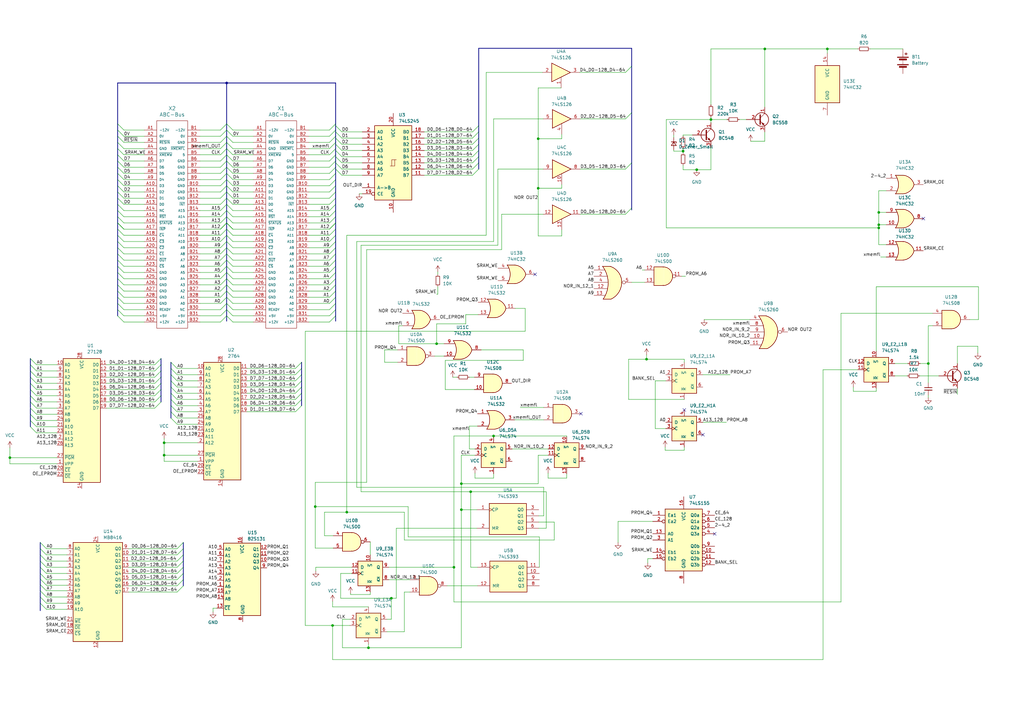
<source format=kicad_sch>
(kicad_sch (version 20230121) (generator eeschema)

  (uuid 1fe80e5b-6853-4540-b8de-9c1cdbc71886)

  (paper "A3")

  

  (junction (at 160.528 245.364) (diameter 0) (color 0 0 0 0)
    (uuid 083a0085-13c7-4879-bbc6-3e7f6a003d9c)
  )
  (junction (at 220.726 77.216) (diameter 0) (color 0 0 0 0)
    (uuid 17c54398-d9bd-471c-823b-f1e0c7976a79)
  )
  (junction (at 280.162 61.976) (diameter 0) (color 0 0 0 0)
    (uuid 19d150c0-3be4-4328-951c-4cc57f9bc27a)
  )
  (junction (at 151.13 265.684) (diameter 0) (color 0 0 0 0)
    (uuid 1e6fd41b-f533-4a99-bd91-dadef818be6e)
  )
  (junction (at 129.286 207.772) (diameter 0) (color 0 0 0 0)
    (uuid 216eb43b-857a-4b33-a98a-52d44c377991)
  )
  (junction (at 291.592 49.022) (diameter 0) (color 0 0 0 0)
    (uuid 257cef61-b184-4320-9dc1-16f40f370b46)
  )
  (junction (at 136.398 256.54) (diameter 0) (color 0 0 0 0)
    (uuid 3329aa7b-ce4c-4226-a32c-8878ec227235)
  )
  (junction (at 189.23 209.042) (diameter 0) (color 0 0 0 0)
    (uuid 33314958-3819-4d34-b5b9-f22a580ec9b4)
  )
  (junction (at 189.23 198.374) (diameter 0) (color 0 0 0 0)
    (uuid 3b1594c7-9f19-4299-8808-577339731381)
  )
  (junction (at 67.31 181.61) (diameter 0) (color 0 0 0 0)
    (uuid 3b36ae99-999b-4ef2-98d3-a89de6641b72)
  )
  (junction (at 380.746 149.098) (diameter 0) (color 0 0 0 0)
    (uuid 3e50b6b0-37fc-43b0-b637-dd04b23a8459)
  )
  (junction (at 360.426 87.122) (diameter 0) (color 0 0 0 0)
    (uuid 48e06f28-fa2e-404a-a44b-2adaccdd151a)
  )
  (junction (at 92.964 34.036) (diameter 0) (color 0 0 0 0)
    (uuid 492a6a70-6e7d-422c-a64d-1c8f0df935dd)
  )
  (junction (at 186.182 232.664) (diameter 0) (color 0 0 0 0)
    (uuid 5b7c04a5-ab1a-4874-a2be-fddb27209822)
  )
  (junction (at 193.04 201.676) (diameter 0) (color 0 0 0 0)
    (uuid 8c86044b-3c04-4d4e-b64a-9cf7007e580d)
  )
  (junction (at 360.426 93.472) (diameter 0) (color 0 0 0 0)
    (uuid 8e804266-289b-45ec-a937-edc612a0500b)
  )
  (junction (at 265.176 147.32) (diameter 0) (color 0 0 0 0)
    (uuid 8e80f299-3fe9-4ded-93e0-c9a450467528)
  )
  (junction (at 179.07 140.97) (diameter 0) (color 0 0 0 0)
    (uuid 94ea2321-e6c5-4639-b434-c961d8f559df)
  )
  (junction (at 313.69 20.066) (diameter 0) (color 0 0 0 0)
    (uuid 9e3c81f2-434e-441e-b5bf-d8eaa1dd1d1a)
  )
  (junction (at 4.064 187.706) (diameter 0) (color 0 0 0 0)
    (uuid bccf581e-520b-449b-895b-116a0c963571)
  )
  (junction (at 339.344 20.066) (diameter 0) (color 0 0 0 0)
    (uuid d3cc2123-9686-45d8-babf-23bbd1464c6a)
  )
  (junction (at 202.438 178.816) (diameter 0) (color 0 0 0 0)
    (uuid dfdfe3cf-a4dd-4304-97f5-0bc0c98da958)
  )
  (junction (at 360.426 92.202) (diameter 0) (color 0 0 0 0)
    (uuid ea4cd59a-d1b7-4612-8cf6-9feeec9faa27)
  )
  (junction (at 285.75 69.596) (diameter 0) (color 0 0 0 0)
    (uuid ec608603-0d0d-40a5-914d-05f902e033b1)
  )
  (junction (at 220.726 56.896) (diameter 0) (color 0 0 0 0)
    (uuid f051310c-6309-45b9-b28a-018e19c461a3)
  )
  (junction (at 142.24 210.058) (diameter 0) (color 0 0 0 0)
    (uuid f729d6d2-e27d-48f1-8808-8d27fcea1b33)
  )
  (junction (at 67.31 186.69) (diameter 0) (color 0 0 0 0)
    (uuid fcdcc982-0a29-40b8-99f5-4e6a46306a79)
  )

  (no_connect (at 288.29 178.308) (uuid 615fc501-b435-48c7-8082-e0461a956443))
  (no_connect (at 280.67 168.148) (uuid 721193dd-6fb6-467c-a0e1-5cee5b782fec))
  (no_connect (at 378.714 89.662) (uuid 76d509ed-b152-4618-bec7-19e655866a9c))
  (no_connect (at 219.456 112.522) (uuid 8817e129-ed40-4735-9c5c-59f040d38a48))
  (no_connect (at 293.116 218.948) (uuid 8ea4d7b7-08d1-43b9-94c3-629059cd826a))
  (no_connect (at 238.252 169.672) (uuid dba34b95-96cf-4ae7-abe0-acfc19bd1637))

  (bus_entry (at 92.964 91.44) (size 2.54 2.54)
    (stroke (width 0) (type default))
    (uuid 00485251-7805-4fdd-9fe5-8a21388bb0de)
  )
  (bus_entry (at 48.26 114.3) (size 2.54 2.54)
    (stroke (width 0) (type default))
    (uuid 00970c4d-ac11-4178-810d-b25b944f259f)
  )
  (bus_entry (at 92.964 76.2) (size -2.54 2.54)
    (stroke (width 0) (type default))
    (uuid 024591ca-04d1-40a5-ba59-e8f1d2c95f5c)
  )
  (bus_entry (at 137.668 73.66) (size -2.54 2.54)
    (stroke (width 0) (type default))
    (uuid 03d08e0d-d5a0-42e2-ac71-65ef530bb2de)
  )
  (bus_entry (at 12.446 149.606) (size 2.54 2.54)
    (stroke (width 0) (type default))
    (uuid 0581ff5a-901e-4bea-ae02-73079f9d3277)
  )
  (bus_entry (at 92.964 99.06) (size -2.54 2.54)
    (stroke (width 0) (type default))
    (uuid 0622a24e-2279-4c10-b919-9a05f7ed734e)
  )
  (bus_entry (at 75.184 225.044) (size -2.54 2.54)
    (stroke (width 0) (type default))
    (uuid 06fb63aa-c0c8-45b6-8e1f-3851f2c3bfcd)
  )
  (bus_entry (at 48.26 91.44) (size 2.54 2.54)
    (stroke (width 0) (type default))
    (uuid 0780eada-d977-4412-a546-42f360b275b6)
  )
  (bus_entry (at 66.04 147.066) (size -2.54 2.54)
    (stroke (width 0) (type default))
    (uuid 09c63a05-536b-46fa-a7cc-7018800e4086)
  )
  (bus_entry (at 92.964 78.74) (size -2.54 2.54)
    (stroke (width 0) (type default))
    (uuid 0b056d9f-8df9-424a-8e16-aa6b1ebd14f6)
  )
  (bus_entry (at 137.668 78.74) (size -2.54 2.54)
    (stroke (width 0) (type default))
    (uuid 0ebaccf4-3860-418e-bf7a-c1953d96477f)
  )
  (bus_entry (at 48.26 63.5) (size 2.54 2.54)
    (stroke (width 0) (type default))
    (uuid 0efa25d1-97b2-4b16-afef-355a8227df06)
  )
  (bus_entry (at 123.698 153.67) (size -2.54 2.54)
    (stroke (width 0) (type default))
    (uuid 0ff4aea1-4e77-4e15-98b4-1cd6b641e647)
  )
  (bus_entry (at 137.668 106.68) (size -2.54 2.54)
    (stroke (width 0) (type default))
    (uuid 1011765d-bb98-4b36-9b21-75afbaa8d53c)
  )
  (bus_entry (at 92.964 111.76) (size -2.54 2.54)
    (stroke (width 0) (type default))
    (uuid 10d3ed89-6a19-4757-9559-41d781bda973)
  )
  (bus_entry (at 92.964 104.14) (size 2.54 2.54)
    (stroke (width 0) (type default))
    (uuid 10e6b49d-cbb5-4391-872e-1089badee338)
  )
  (bus_entry (at 70.104 168.91) (size 2.54 2.54)
    (stroke (width 0) (type default))
    (uuid 117d9d80-4def-4039-8e87-3790d1f6ddd7)
  )
  (bus_entry (at 92.964 60.96) (size 2.54 2.54)
    (stroke (width 0) (type default))
    (uuid 11e801a1-68c7-4793-85aa-1a781fe0c3d9)
  )
  (bus_entry (at 137.668 127) (size -2.54 2.54)
    (stroke (width 0) (type default))
    (uuid 14cee741-f971-4569-8cbc-7b5624ab7429)
  )
  (bus_entry (at 256.54 29.718) (size 2.54 -2.54)
    (stroke (width 0) (type default))
    (uuid 152865c9-8ed3-410e-a222-8367886d9dfb)
  )
  (bus_entry (at 256.54 87.884) (size 2.54 -2.54)
    (stroke (width 0) (type default))
    (uuid 15b6299f-2d8a-4ed4-9004-eb21644682b7)
  )
  (bus_entry (at 137.668 64.262) (size 2.54 2.54)
    (stroke (width 0) (type default))
    (uuid 16a1ce12-a446-4c17-a6bc-9d5ee6281324)
  )
  (bus_entry (at 92.964 109.22) (size 2.54 2.54)
    (stroke (width 0) (type default))
    (uuid 19dd9647-e648-409a-aa3e-7b56465a45b9)
  )
  (bus_entry (at 92.964 83.82) (size -2.54 2.54)
    (stroke (width 0) (type default))
    (uuid 1ac048cf-09ec-46dd-89a7-f7f0370d2c08)
  )
  (bus_entry (at 12.446 152.146) (size 2.54 2.54)
    (stroke (width 0) (type default))
    (uuid 1d947fbc-c8df-4510-b135-b754dc9dd2a7)
  )
  (bus_entry (at 92.964 66.04) (size 2.54 2.54)
    (stroke (width 0) (type default))
    (uuid 1df21f75-9fef-4229-933a-595fba479956)
  )
  (bus_entry (at 92.964 121.92) (size 2.54 2.54)
    (stroke (width 0) (type default))
    (uuid 202657b9-b5ba-4d22-97ee-50a4f951fca3)
  )
  (bus_entry (at 92.964 55.88) (size 2.54 2.54)
    (stroke (width 0) (type default))
    (uuid 209fa626-8ee5-4b05-bcd0-069b6faa3a00)
  )
  (bus_entry (at 92.964 88.9) (size -2.54 2.54)
    (stroke (width 0) (type default))
    (uuid 20d2d5a8-f2e8-4973-9483-62c57ce2d615)
  )
  (bus_entry (at 16.51 235.204) (size 2.54 2.54)
    (stroke (width 0) (type default))
    (uuid 2410d5ef-4767-4611-94c4-c7b4fa6124cb)
  )
  (bus_entry (at 137.668 101.6) (size -2.54 2.54)
    (stroke (width 0) (type default))
    (uuid 24149c4e-195e-4e2f-ade7-38d40653f89b)
  )
  (bus_entry (at 48.26 66.04) (size 2.54 2.54)
    (stroke (width 0) (type default))
    (uuid 249a46fb-595c-4716-8a11-6d5a94d25205)
  )
  (bus_entry (at 137.668 66.802) (size 2.54 2.54)
    (stroke (width 0) (type default))
    (uuid 24f6d23c-a7d0-40c1-9d44-6fd8eef8cdb6)
  )
  (bus_entry (at 137.668 69.342) (size 2.54 2.54)
    (stroke (width 0) (type default))
    (uuid 25cb046d-24eb-4213-ab73-f9de3f895d0b)
  )
  (bus_entry (at 66.04 154.686) (size -2.54 2.54)
    (stroke (width 0) (type default))
    (uuid 27306a72-67e4-441d-b808-97ca4f9745f2)
  )
  (bus_entry (at 92.964 114.3) (size -2.54 2.54)
    (stroke (width 0) (type default))
    (uuid 280243c0-3af9-4c7a-9718-552a6ebab0d7)
  )
  (bus_entry (at 92.964 63.5) (size 2.54 2.54)
    (stroke (width 0) (type default))
    (uuid 28106c80-793a-4c4a-80fb-4a87b98146dc)
  )
  (bus_entry (at 12.446 159.766) (size 2.54 2.54)
    (stroke (width 0) (type default))
    (uuid 286e7eb4-2b8f-433c-b353-1d45e20ff19e)
  )
  (bus_entry (at 12.446 175.006) (size 2.54 2.54)
    (stroke (width 0) (type default))
    (uuid 29a18c7c-546f-4387-92a4-06ab0e43892e)
  )
  (bus_entry (at 92.964 121.92) (size -2.54 2.54)
    (stroke (width 0) (type default))
    (uuid 29ceb423-1639-441a-82e0-97a444c6d10b)
  )
  (bus_entry (at 48.26 55.88) (size 2.54 2.54)
    (stroke (width 0) (type default))
    (uuid 2bfa4ecb-151d-4782-b445-b9bd9ba73db5)
  )
  (bus_entry (at 137.668 58.42) (size -2.54 2.54)
    (stroke (width 0) (type default))
    (uuid 2dcf0fd2-0d18-4fff-b5b4-5ba214878186)
  )
  (bus_entry (at 16.51 247.396) (size 2.54 2.54)
    (stroke (width 0) (type default))
    (uuid 2e7da94f-e22b-415f-aeba-5ed5dd52cd4c)
  )
  (bus_entry (at 137.668 114.3) (size -2.54 2.54)
    (stroke (width 0) (type default))
    (uuid 3046bc44-ca88-4a2a-b9b0-9d0183cb8593)
  )
  (bus_entry (at 12.446 167.386) (size 2.54 2.54)
    (stroke (width 0) (type default))
    (uuid 3063d7ce-ba57-41c5-893e-1282b1b671d0)
  )
  (bus_entry (at 137.668 56.642) (size 2.54 2.54)
    (stroke (width 0) (type default))
    (uuid 31501e8f-1528-4de0-9829-0c67c62d7607)
  )
  (bus_entry (at 12.446 172.466) (size 2.54 2.54)
    (stroke (width 0) (type default))
    (uuid 321b629d-b67f-43f1-ae1e-a30adc781263)
  )
  (bus_entry (at 48.26 68.58) (size 2.54 2.54)
    (stroke (width 0) (type default))
    (uuid 333eda34-c0d3-4912-8721-c8c7cbed818d)
  )
  (bus_entry (at 48.26 119.38) (size 2.54 2.54)
    (stroke (width 0) (type default))
    (uuid 33f87245-c97b-4f85-bcdd-6e2ac642e9bc)
  )
  (bus_entry (at 92.964 55.88) (size -2.54 2.54)
    (stroke (width 0) (type default))
    (uuid 35be44ee-4962-4e7f-8b6a-8258d6e5b11e)
  )
  (bus_entry (at 66.04 149.606) (size -2.54 2.54)
    (stroke (width 0) (type default))
    (uuid 35db8396-eb02-49cf-934d-65bf492e1f1a)
  )
  (bus_entry (at 12.446 169.926) (size 2.54 2.54)
    (stroke (width 0) (type default))
    (uuid 3872e11b-8a84-4d7d-8be7-856bbc8de274)
  )
  (bus_entry (at 137.668 54.102) (size 2.54 2.54)
    (stroke (width 0) (type default))
    (uuid 3a8f009f-fa11-458f-90d0-6a72a3bfd769)
  )
  (bus_entry (at 196.342 61.722) (size -2.54 2.54)
    (stroke (width 0) (type default))
    (uuid 3cf2a6b8-034f-46a0-be58-de05e879f03f)
  )
  (bus_entry (at 92.964 71.12) (size 2.54 2.54)
    (stroke (width 0) (type default))
    (uuid 3de19e06-57e8-4516-a646-8eb6f9a5805e)
  )
  (bus_entry (at 48.26 73.66) (size 2.54 2.54)
    (stroke (width 0) (type default))
    (uuid 3ffd3f79-e7cf-4ef2-ae4a-af95471d67c6)
  )
  (bus_entry (at 137.668 60.96) (size -2.54 2.54)
    (stroke (width 0) (type default))
    (uuid 40332f82-e8c4-43a7-bd8e-51398f3a94d9)
  )
  (bus_entry (at 92.964 71.12) (size -2.54 2.54)
    (stroke (width 0) (type default))
    (uuid 406c8876-e82b-4251-a23a-dbb1c01e59b1)
  )
  (bus_entry (at 48.26 91.44) (size 2.54 2.54)
    (stroke (width 0) (type default))
    (uuid 40f2eb4b-873d-43c3-be3b-eca881e34cf3)
  )
  (bus_entry (at 137.668 88.9) (size -2.54 2.54)
    (stroke (width 0) (type default))
    (uuid 432d308b-d900-4cbb-a95c-810ea976228c)
  )
  (bus_entry (at 16.51 222.504) (size 2.54 2.54)
    (stroke (width 0) (type default))
    (uuid 44a166f6-dae6-4a0e-84b5-48bbe6b880de)
  )
  (bus_entry (at 137.668 83.82) (size -2.54 2.54)
    (stroke (width 0) (type default))
    (uuid 453019ad-d965-449d-93bc-8ebeaee9e01f)
  )
  (bus_entry (at 137.668 71.12) (size -2.54 2.54)
    (stroke (width 0) (type default))
    (uuid 4b0b29bc-d68a-4fe3-8514-2bb25e3b5af7)
  )
  (bus_entry (at 70.104 151.13) (size 2.54 2.54)
    (stroke (width 0) (type default))
    (uuid 4da51867-6301-4395-93da-191735760f67)
  )
  (bus_entry (at 70.104 166.37) (size 2.54 2.54)
    (stroke (width 0) (type default))
    (uuid 4e27a7ea-c442-4b68-aab9-4f5b76093964)
  )
  (bus_entry (at 16.51 239.776) (size 2.54 2.54)
    (stroke (width 0) (type default))
    (uuid 4ea295e6-7d5b-42a2-8c59-d47c5aa08860)
  )
  (bus_entry (at 48.26 78.74) (size 2.54 2.54)
    (stroke (width 0) (type default))
    (uuid 4ee8fac0-2f0d-42e4-9756-8d6cf44f8092)
  )
  (bus_entry (at 48.26 96.52) (size 2.54 2.54)
    (stroke (width 0) (type default))
    (uuid 503fd952-84ed-4f79-97b0-315e616ac8be)
  )
  (bus_entry (at 92.964 119.38) (size -2.54 2.54)
    (stroke (width 0) (type default))
    (uuid 51478c2b-4b61-4bd1-8f17-b2b6edde99d2)
  )
  (bus_entry (at 12.446 162.306) (size 2.54 2.54)
    (stroke (width 0) (type default))
    (uuid 51c1cdfa-da98-4aa1-b936-3ca968ac724f)
  )
  (bus_entry (at 48.26 58.42) (size 2.54 2.54)
    (stroke (width 0) (type default))
    (uuid 51df976c-c60d-42ff-a09d-5eac43dd42f1)
  )
  (bus_entry (at 48.26 109.22) (size 2.54 2.54)
    (stroke (width 0) (type default))
    (uuid 54c7f117-b931-4828-9f14-6820bb1a1fbb)
  )
  (bus_entry (at 66.04 164.846) (size -2.54 2.54)
    (stroke (width 0) (type default))
    (uuid 557a7558-f7cd-4d82-ac87-347563dfb50b)
  )
  (bus_entry (at 48.26 71.12) (size 2.54 2.54)
    (stroke (width 0) (type default))
    (uuid 56194b22-3a66-4e30-8a5c-d1a9c80e6c76)
  )
  (bus_entry (at 92.964 93.98) (size -2.54 2.54)
    (stroke (width 0) (type default))
    (uuid 56b51a65-85e2-4cb8-ac70-2b17a19683ff)
  )
  (bus_entry (at 75.184 222.504) (size -2.54 2.54)
    (stroke (width 0) (type default))
    (uuid 5824722d-e47f-45fa-bd05-d6d02e22b01f)
  )
  (bus_entry (at 137.668 124.46) (size -2.54 2.54)
    (stroke (width 0) (type default))
    (uuid 5a78922c-2949-4d74-9e9e-1d5447985bbe)
  )
  (bus_entry (at 196.342 66.802) (size -2.54 2.54)
    (stroke (width 0) (type default))
    (uuid 5c8d00ee-f0c1-4eda-93be-1e500f4ebaba)
  )
  (bus_entry (at 92.964 99.06) (size 2.54 2.54)
    (stroke (width 0) (type default))
    (uuid 5e3cb4db-e74e-4418-a05f-fa3709f1a30f)
  )
  (bus_entry (at 48.26 116.84) (size 2.54 2.54)
    (stroke (width 0) (type default))
    (uuid 5eb31a6f-c6da-4439-9e0c-b60ba319da60)
  )
  (bus_entry (at 92.964 66.04) (size -2.54 2.54)
    (stroke (width 0) (type default))
    (uuid 5f07f4c3-954a-4745-96ac-5e69f885aefc)
  )
  (bus_entry (at 123.698 161.29) (size -2.54 2.54)
    (stroke (width 0) (type default))
    (uuid 5f425365-593a-4d8c-838a-6b475e42dc8c)
  )
  (bus_entry (at 137.668 116.84) (size -2.54 2.54)
    (stroke (width 0) (type default))
    (uuid 5f6dc6c0-78b1-45ed-8dbe-bd2cb57e81f2)
  )
  (bus_entry (at 12.446 157.226) (size 2.54 2.54)
    (stroke (width 0) (type default))
    (uuid 641fe215-e210-4dc9-9e9b-ddcdfcc613f5)
  )
  (bus_entry (at 16.51 244.856) (size 2.54 2.54)
    (stroke (width 0) (type default))
    (uuid 650647e8-c848-40e1-bc63-d4eaab478061)
  )
  (bus_entry (at 196.342 51.562) (size -2.54 2.54)
    (stroke (width 0) (type default))
    (uuid 655a37c3-d44c-425b-bc17-b2d157f195b0)
  )
  (bus_entry (at 48.26 104.14) (size 2.54 2.54)
    (stroke (width 0) (type default))
    (uuid 675feeab-93f8-456b-876d-369b6c5eec71)
  )
  (bus_entry (at 92.964 124.46) (size 2.54 2.54)
    (stroke (width 0) (type default))
    (uuid 680204c5-61c6-4193-a8ce-a71d36259af0)
  )
  (bus_entry (at 123.698 166.37) (size -2.54 2.54)
    (stroke (width 0) (type default))
    (uuid 6813655f-8f01-49c3-a89c-d88dec0e0145)
  )
  (bus_entry (at 66.04 157.226) (size -2.54 2.54)
    (stroke (width 0) (type default))
    (uuid 6933b56a-e7bf-4c7a-b284-8f266c4071cf)
  )
  (bus_entry (at 92.964 109.22) (size -2.54 2.54)
    (stroke (width 0) (type default))
    (uuid 69c7e5f3-0e25-4a73-aee4-cfee8beced52)
  )
  (bus_entry (at 137.668 91.44) (size -2.54 2.54)
    (stroke (width 0) (type default))
    (uuid 6da2453e-7d4c-499b-ad9b-004a859294e6)
  )
  (bus_entry (at 137.668 51.562) (size 2.54 2.54)
    (stroke (width 0) (type default))
    (uuid 6f3ad3a3-5019-4e21-8555-6652ac6a8e89)
  )
  (bus_entry (at 92.964 101.6) (size -2.54 2.54)
    (stroke (width 0) (type default))
    (uuid 70861b44-e278-4cc6-b413-3449f53f0375)
  )
  (bus_entry (at 92.964 127) (size -2.54 2.54)
    (stroke (width 0) (type default))
    (uuid 70b24869-6a5c-45ed-94a4-a1348b6cb151)
  )
  (bus_entry (at 196.342 59.182) (size -2.54 2.54)
    (stroke (width 0) (type default))
    (uuid 72e3cb9b-4a0e-4f36-a3b0-99729da474f3)
  )
  (bus_entry (at 48.26 93.98) (size 2.54 2.54)
    (stroke (width 0) (type default))
    (uuid 758ecc7a-39e6-4e08-b58e-cfc973603489)
  )
  (bus_entry (at 92.964 106.68) (size -2.54 2.54)
    (stroke (width 0) (type default))
    (uuid 79256b7e-a937-4876-8071-afb78b3f7105)
  )
  (bus_entry (at 92.964 106.68) (size 2.54 2.54)
    (stroke (width 0) (type default))
    (uuid 7972a393-69d1-47ca-8cba-5ba862efcbb3)
  )
  (bus_entry (at 92.964 129.54) (size 2.54 2.54)
    (stroke (width 0) (type default))
    (uuid 7a1cedd8-4cbc-4829-8378-b969bb0fe3b9)
  )
  (bus_entry (at 92.964 58.42) (size 2.54 2.54)
    (stroke (width 0) (type default))
    (uuid 7a29215e-a579-4039-abd8-41a198c214f0)
  )
  (bus_entry (at 48.26 121.92) (size 2.54 2.54)
    (stroke (width 0) (type default))
    (uuid 7b531614-3520-47b7-b3d1-1269fa0df56e)
  )
  (bus_entry (at 70.104 163.83) (size 2.54 2.54)
    (stroke (width 0) (type default))
    (uuid 7b7ce5dd-283d-4f66-b7f3-557d40982532)
  )
  (bus_entry (at 12.446 147.066) (size 2.54 2.54)
    (stroke (width 0) (type default))
    (uuid 7edd3edf-6791-4ff5-9d77-8bbe00f388bc)
  )
  (bus_entry (at 137.668 104.14) (size -2.54 2.54)
    (stroke (width 0) (type default))
    (uuid 8151bf7e-b741-4fc5-a2cf-cf6f916da14d)
  )
  (bus_entry (at 92.964 83.82) (size 2.54 2.54)
    (stroke (width 0) (type default))
    (uuid 82074177-6800-4a02-acaa-c67aa5cd741f)
  )
  (bus_entry (at 123.698 156.21) (size -2.54 2.54)
    (stroke (width 0) (type default))
    (uuid 822e0328-edfe-4800-84d1-51f738043f65)
  )
  (bus_entry (at 92.964 124.46) (size -2.54 2.54)
    (stroke (width 0) (type default))
    (uuid 8278d704-96a5-460d-82a5-ece6fdf71085)
  )
  (bus_entry (at 137.668 86.36) (size -2.54 2.54)
    (stroke (width 0) (type default))
    (uuid 85fe31a6-0f57-4ad1-9f37-8ca8c151f041)
  )
  (bus_entry (at 48.26 88.9) (size 2.54 2.54)
    (stroke (width 0) (type default))
    (uuid 866cba33-9650-4ceb-918f-83ea3c2d673e)
  )
  (bus_entry (at 16.51 237.49) (size 2.54 2.54)
    (stroke (width 0) (type default))
    (uuid 8704fa1d-391f-4f43-b5ae-046298118dd1)
  )
  (bus_entry (at 92.964 96.52) (size 2.54 2.54)
    (stroke (width 0) (type default))
    (uuid 88dd2bff-b1ca-4bb2-9967-d966b530723a)
  )
  (bus_entry (at 92.964 73.66) (size 2.54 2.54)
    (stroke (width 0) (type default))
    (uuid 8b1d9437-652c-4b9b-99be-91ce60760eba)
  )
  (bus_entry (at 75.184 240.284) (size -2.54 2.54)
    (stroke (width 0) (type default))
    (uuid 8bda88ae-5e0f-44d8-a5b2-64c8c4fb30e1)
  )
  (bus_entry (at 66.04 159.766) (size -2.54 2.54)
    (stroke (width 0) (type default))
    (uuid 8dfc492e-3236-43df-bb7a-56ea3e981626)
  )
  (bus_entry (at 70.104 161.29) (size 2.54 2.54)
    (stroke (width 0) (type default))
    (uuid 8e961da6-1f55-415c-b0d2-796190d12504)
  )
  (bus_entry (at 137.668 59.182) (size 2.54 2.54)
    (stroke (width 0) (type default))
    (uuid 903a8251-4ea6-499f-8f1a-1ab7295882ab)
  )
  (bus_entry (at 75.184 232.664) (size -2.54 2.54)
    (stroke (width 0) (type default))
    (uuid 931226dc-ed4c-46bb-9e9c-826db0b4d98e)
  )
  (bus_entry (at 16.51 227.584) (size 2.54 2.54)
    (stroke (width 0) (type default))
    (uuid 9331b0c3-8167-4d12-9035-19d4d8ca9937)
  )
  (bus_entry (at 70.104 171.45) (size 2.54 2.54)
    (stroke (width 0) (type default))
    (uuid 95f86eb5-fef2-4c11-beef-62870f26cbdd)
  )
  (bus_entry (at 92.964 93.98) (size 2.54 2.54)
    (stroke (width 0) (type default))
    (uuid 980a6ed3-e184-4e86-b1fd-29cefbb08d3b)
  )
  (bus_entry (at 137.668 66.04) (size -2.54 2.54)
    (stroke (width 0) (type default))
    (uuid 9b05e0de-181b-47b8-8926-4f89b53baa31)
  )
  (bus_entry (at 92.964 127) (size 2.54 2.54)
    (stroke (width 0) (type default))
    (uuid 9b8451bc-f0ba-4967-8838-58c42d9f64d6)
  )
  (bus_entry (at 137.668 119.38) (size -2.54 2.54)
    (stroke (width 0) (type default))
    (uuid 9c877e84-bd8e-4e98-83f2-9e135b7a8cfd)
  )
  (bus_entry (at 16.51 230.124) (size 2.54 2.54)
    (stroke (width 0) (type default))
    (uuid 9d0a3f09-a8e2-4d17-837c-a7ba967bb354)
  )
  (bus_entry (at 123.698 148.59) (size -2.54 2.54)
    (stroke (width 0) (type default))
    (uuid 9eb198a8-317b-44d8-b8cb-bd2d1639d7dc)
  )
  (bus_entry (at 70.104 148.59) (size 2.54 2.54)
    (stroke (width 0) (type default))
    (uuid 9ef9469c-8076-4dac-85ca-81c4485953b2)
  )
  (bus_entry (at 92.964 86.36) (size 2.54 2.54)
    (stroke (width 0) (type default))
    (uuid 9f2a5e5c-1902-4441-9d3f-64f3577699bd)
  )
  (bus_entry (at 137.668 93.98) (size -2.54 2.54)
    (stroke (width 0) (type default))
    (uuid a0ab399d-8cd0-43b9-8372-ec68c77708c4)
  )
  (bus_entry (at 137.668 96.52) (size -2.54 2.54)
    (stroke (width 0) (type default))
    (uuid a3253bab-b4a9-4776-a8e9-29fd09129348)
  )
  (bus_entry (at 92.964 68.58) (size -2.54 2.54)
    (stroke (width 0) (type default))
    (uuid a4a9b17a-301d-49a5-9c19-2dfc5bc12d44)
  )
  (bus_entry (at 92.964 68.58) (size 2.54 2.54)
    (stroke (width 0) (type default))
    (uuid a5e8e825-beb6-4045-abba-707ad09d9184)
  )
  (bus_entry (at 48.26 76.2) (size 2.54 2.54)
    (stroke (width 0) (type default))
    (uuid a6ee56b6-24b1-47ff-a8cd-b0b16697eb2b)
  )
  (bus_entry (at 137.668 109.22) (size -2.54 2.54)
    (stroke (width 0) (type default))
    (uuid aab4b424-1bb1-4457-b50d-9105542483c3)
  )
  (bus_entry (at 137.668 91.44) (size -2.54 2.54)
    (stroke (width 0) (type default))
    (uuid ace14061-88ef-46fb-8981-43322a66f0ae)
  )
  (bus_entry (at 48.26 127) (size 2.54 2.54)
    (stroke (width 0) (type default))
    (uuid adfb7293-f1fd-4349-b11e-9597dfab4207)
  )
  (bus_entry (at 137.668 76.2) (size -2.54 2.54)
    (stroke (width 0) (type default))
    (uuid af6e3056-1110-4f98-8e56-da5e57a82465)
  )
  (bus_entry (at 48.26 124.46) (size 2.54 2.54)
    (stroke (width 0) (type default))
    (uuid b05262ec-0b97-41db-b0a5-c2e00dde177e)
  )
  (bus_entry (at 16.51 225.044) (size 2.54 2.54)
    (stroke (width 0) (type default))
    (uuid b4252cf2-ae35-479d-99f3-c097e7c3cb2c)
  )
  (bus_entry (at 256.54 69.342) (size 2.54 -2.54)
    (stroke (width 0) (type default))
    (uuid b4416df6-5f08-41ad-a64a-78ccedc3afe2)
  )
  (bus_entry (at 75.184 227.584) (size -2.54 2.54)
    (stroke (width 0) (type default))
    (uuid b45065a3-dee2-4173-bbdd-bbb59069fcd0)
  )
  (bus_entry (at 196.342 56.642) (size -2.54 2.54)
    (stroke (width 0) (type default))
    (uuid b62a7751-6368-45ff-baed-2160794b92b1)
  )
  (bus_entry (at 75.184 237.744) (size -2.54 2.54)
    (stroke (width 0) (type default))
    (uuid b6b85b82-f9b8-4423-adef-b4cad5f3e33a)
  )
  (bus_entry (at 70.104 156.21) (size 2.54 2.54)
    (stroke (width 0) (type default))
    (uuid bad8e25a-e115-4e89-b53e-e208fe465c02)
  )
  (bus_entry (at 92.964 81.28) (size -2.54 2.54)
    (stroke (width 0) (type default))
    (uuid bb2ecb53-7509-46c2-a08a-9d8f1dca808d)
  )
  (bus_entry (at 137.668 129.54) (size -2.54 2.54)
    (stroke (width 0) (type default))
    (uuid bb558bc0-a66d-4e97-9871-c45050903bb0)
  )
  (bus_entry (at 92.964 116.84) (size 2.54 2.54)
    (stroke (width 0) (type default))
    (uuid bc212751-dccf-4c7d-96fb-a5370a4b696c)
  )
  (bus_entry (at 66.04 162.306) (size -2.54 2.54)
    (stroke (width 0) (type default))
    (uuid bedc59dc-2f3c-44ee-ad6c-c7a316df6975)
  )
  (bus_entry (at 48.26 101.6) (size 2.54 2.54)
    (stroke (width 0) (type default))
    (uuid bf2c1603-ad4d-4388-aaff-9fa1e83165fa)
  )
  (bus_entry (at 123.698 158.75) (size -2.54 2.54)
    (stroke (width 0) (type default))
    (uuid c08ffb9f-459b-4576-a42d-ea0a154f74ea)
  )
  (bus_entry (at 48.26 83.82) (size 2.54 2.54)
    (stroke (width 0) (type default))
    (uuid c1028181-691f-4c05-a014-ac29bc61bc30)
  )
  (bus_entry (at 196.342 69.342) (size -2.54 2.54)
    (stroke (width 0) (type default))
    (uuid c179defa-35d3-4650-a794-ffe4c1fd0af8)
  )
  (bus_entry (at 92.964 58.42) (size -2.54 2.54)
    (stroke (width 0) (type default))
    (uuid c27ee0b1-4fe7-4dcd-9dc3-4681d59ffc2c)
  )
  (bus_entry (at 48.26 106.68) (size 2.54 2.54)
    (stroke (width 0) (type default))
    (uuid c44b238a-1182-46d4-81d4-af9358dcab81)
  )
  (bus_entry (at 12.446 154.686) (size 2.54 2.54)
    (stroke (width 0) (type default))
    (uuid c4a7816b-47eb-4771-bb50-81970f04fd5a)
  )
  (bus_entry (at 92.964 91.44) (size -2.54 2.54)
    (stroke (width 0) (type default))
    (uuid c4c1e666-415b-4be3-b14b-a3ce0f9ec457)
  )
  (bus_entry (at 48.26 99.06) (size 2.54 2.54)
    (stroke (width 0) (type default))
    (uuid c564d1c0-33f3-42bf-86d4-ebbe552b78d2)
  )
  (bus_entry (at 48.26 53.34) (size 2.54 2.54)
    (stroke (width 0) (type default))
    (uuid c5bfa45b-f67e-4c7f-abfc-a560ac8668ab)
  )
  (bus_entry (at 196.342 64.262) (size -2.54 2.54)
    (stroke (width 0) (type default))
    (uuid c5d49e65-a07f-4f72-bed9-085782069521)
  )
  (bus_entry (at 137.668 99.06) (size -2.54 2.54)
    (stroke (width 0) (type default))
    (uuid c77d3ac4-bb51-4b50-9998-8d214dcf6402)
  )
  (bus_entry (at 48.26 50.8) (size 2.54 2.54)
    (stroke (width 0) (type default))
    (uuid c7e02c31-8ab8-4b45-ab89-4289fc2d3c28)
  )
  (bus_entry (at 92.964 53.34) (size 2.54 2.54)
    (stroke (width 0) (type default))
    (uuid caafd1cb-9663-450e-97fd-3def1217742c)
  )
  (bus_entry (at 123.698 163.83) (size -2.54 2.54)
    (stroke (width 0) (type default))
    (uuid cb1cb960-eba0-4a9c-aa2d-9ed532c06c93)
  )
  (bus_entry (at 92.964 91.44) (size 2.54 2.54)
    (stroke (width 0) (type default))
    (uuid cc03939e-97dc-48c4-b49d-6663d52ed797)
  )
  (bus_entry (at 92.964 101.6) (size 2.54 2.54)
    (stroke (width 0) (type default))
    (uuid cca0d501-0845-4e3d-98ca-68972496543c)
  )
  (bus_entry (at 137.668 81.28) (size -2.54 2.54)
    (stroke (width 0) (type default))
    (uuid cd74a372-cf9b-48b2-9bd6-49d6e67df3d0)
  )
  (bus_entry (at 137.668 50.8) (size -2.54 2.54)
    (stroke (width 0) (type default))
    (uuid cdb0b090-467a-450a-9b96-8601b365a775)
  )
  (bus_entry (at 70.104 153.67) (size 2.54 2.54)
    (stroke (width 0) (type default))
    (uuid cf32ca7e-2399-4bc8-a2d8-973610f21da0)
  )
  (bus_entry (at 137.668 55.88) (size -2.54 2.54)
    (stroke (width 0) (type default))
    (uuid d07e86d5-a055-45bd-b32f-b66e18d9269e)
  )
  (bus_entry (at 92.964 63.5) (size -2.54 2.54)
    (stroke (width 0) (type default))
    (uuid d38af1dc-64a3-42eb-b6ee-3ea376448beb)
  )
  (bus_entry (at 92.964 119.38) (size 2.54 2.54)
    (stroke (width 0) (type default))
    (uuid d3b4d563-f69c-4b14-a249-71aca0f144da)
  )
  (bus_entry (at 48.26 86.36) (size 2.54 2.54)
    (stroke (width 0) (type default))
    (uuid d49aa59a-6b31-4b5b-b539-f4828fed52ec)
  )
  (bus_entry (at 70.104 158.75) (size 2.54 2.54)
    (stroke (width 0) (type default))
    (uuid d500e36a-7dd2-47e7-a4a9-20ecce490700)
  )
  (bus_entry (at 92.964 88.9) (size 2.54 2.54)
    (stroke (width 0) (type default))
    (uuid d65ba250-7eca-4ee2-8230-d6928f2f62e8)
  )
  (bus_entry (at 256.54 48.768) (size 2.54 -2.54)
    (stroke (width 0) (type default))
    (uuid d7634cd4-144f-4aa0-ad6f-f2f8a2c8492d)
  )
  (bus_entry (at 92.964 91.44) (size -2.54 2.54)
    (stroke (width 0) (type default))
    (uuid d95bcd29-6a86-4ce7-9bfc-8bd2883f938b)
  )
  (bus_entry (at 92.964 50.8) (size -2.54 2.54)
    (stroke (width 0) (type default))
    (uuid d963bfe3-6550-437f-9595-e9136d746d63)
  )
  (bus_entry (at 137.668 61.722) (size 2.54 2.54)
    (stroke (width 0) (type default))
    (uuid dadf92bb-27b7-4efc-a7fc-13a848e3ce39)
  )
  (bus_entry (at 137.668 111.76) (size -2.54 2.54)
    (stroke (width 0) (type default))
    (uuid dcdc86a4-037b-4841-aae5-b1f8eef791b3)
  )
  (bus_entry (at 92.964 86.36) (size -2.54 2.54)
    (stroke (width 0) (type default))
    (uuid dd8e681d-ccb9-41cc-b068-6ec97745c86b)
  )
  (bus_entry (at 92.964 60.96) (size -2.54 2.54)
    (stroke (width 0) (type default))
    (uuid e1146f10-cd1c-44c3-8069-c258c6dafde9)
  )
  (bus_entry (at 48.26 111.76) (size 2.54 2.54)
    (stroke (width 0) (type default))
    (uuid e1d54f58-3e83-4020-92c6-d23cc97e03fd)
  )
  (bus_entry (at 66.04 152.146) (size -2.54 2.54)
    (stroke (width 0) (type default))
    (uuid e21b3ac6-3ed7-4033-89ed-2a284ec2b935)
  )
  (bus_entry (at 75.184 235.204) (size -2.54 2.54)
    (stroke (width 0) (type default))
    (uuid e41134e3-7ea1-4b50-bb8a-e3b66533058a)
  )
  (bus_entry (at 48.26 60.96) (size 2.54 2.54)
    (stroke (width 0) (type default))
    (uuid e47582b3-e400-4abc-827b-068c64854a9f)
  )
  (bus_entry (at 137.668 121.92) (size -2.54 2.54)
    (stroke (width 0) (type default))
    (uuid e506eb62-4a38-4189-9892-1a98c16c5e92)
  )
  (bus_entry (at 92.964 81.28) (size 2.54 2.54)
    (stroke (width 0) (type default))
    (uuid e74d3176-9f4f-40dc-ac14-0240920e3cdf)
  )
  (bus_entry (at 12.446 164.846) (size 2.54 2.54)
    (stroke (width 0) (type default))
    (uuid ea926186-5517-464b-aba2-958897be7376)
  )
  (bus_entry (at 137.668 63.5) (size -2.54 2.54)
    (stroke (width 0) (type default))
    (uuid ed0c06ee-ddf4-4bcd-9d32-3b68a29f793e)
  )
  (bus_entry (at 16.51 242.316) (size 2.54 2.54)
    (stroke (width 0) (type default))
    (uuid eecbd5d6-ad4b-4643-80a2-442ac480a58b)
  )
  (bus_entry (at 92.964 73.66) (size -2.54 2.54)
    (stroke (width 0) (type default))
    (uuid ef011055-8d2a-4400-a1ce-2367d04a0749)
  )
  (bus_entry (at 92.964 76.2) (size 2.54 2.54)
    (stroke (width 0) (type default))
    (uuid efd0243c-d486-45b4-8275-52834ab2c263)
  )
  (bus_entry (at 16.51 232.664) (size 2.54 2.54)
    (stroke (width 0) (type default))
    (uuid f11086d4-f1b7-4a55-85c2-da8aab0d1ef5)
  )
  (bus_entry (at 92.964 116.84) (size -2.54 2.54)
    (stroke (width 0) (type default))
    (uuid f134749a-e9e1-4a74-8b3b-391ed5c6317b)
  )
  (bus_entry (at 123.698 151.13) (size -2.54 2.54)
    (stroke (width 0) (type default))
    (uuid f154be28-5ba3-42ac-9c43-a811f6141131)
  )
  (bus_entry (at 92.964 78.74) (size 2.54 2.54)
    (stroke (width 0) (type default))
    (uuid f18682a1-c4c4-4df6-b107-36e13d82878e)
  )
  (bus_entry (at 92.964 96.52) (size -2.54 2.54)
    (stroke (width 0) (type default))
    (uuid f1b9a249-b05e-43cd-8764-9b7313953b21)
  )
  (bus_entry (at 92.964 111.76) (size 2.54 2.54)
    (stroke (width 0) (type default))
    (uuid f241b18d-2b00-4983-800a-d4078e3f3df9)
  )
  (bus_entry (at 92.964 129.54) (size -2.54 2.54)
    (stroke (width 0) (type default))
    (uuid f2baf8eb-0ea9-40e1-94ea-6690cebcdb99)
  )
  (bus_entry (at 48.26 129.54) (size 2.54 2.54)
    (stroke (width 0) (type default))
    (uuid f33aed1c-4363-4b0c-85ca-86274849d410)
  )
  (bus_entry (at 196.342 54.102) (size -2.54 2.54)
    (stroke (width 0) (type default))
    (uuid f5794b4b-39f2-4bc8-b302-07bd6bb24389)
  )
  (bus_entry (at 92.964 53.34) (size -2.54 2.54)
    (stroke (width 0) (type default))
    (uuid f7602330-4bca-453b-b2c5-c8e3e008f1f2)
  )
  (bus_entry (at 92.964 114.3) (size 2.54 2.54)
    (stroke (width 0) (type default))
    (uuid f7df53fc-46df-4041-bcbf-b37ef9c00425)
  )
  (bus_entry (at 137.668 68.58) (size -2.54 2.54)
    (stroke (width 0) (type default))
    (uuid f827b4ae-53a7-41f9-9619-8e1fe864b2d5)
  )
  (bus_entry (at 92.964 104.14) (size -2.54 2.54)
    (stroke (width 0) (type default))
    (uuid f9aa6343-a09e-4d8f-8e56-2185e4985a8a)
  )
  (bus_entry (at 75.184 230.124) (size -2.54 2.54)
    (stroke (width 0) (type default))
    (uuid fa8a72fd-cf85-46b1-aafe-ce3ed2408f86)
  )
  (bus_entry (at 92.964 50.8) (size 2.54 2.54)
    (stroke (width 0) (type default))
    (uuid fb5725fc-7f57-4b34-a8fc-6d3922b779a7)
  )
  (bus_entry (at 48.26 81.28) (size 2.54 2.54)
    (stroke (width 0) (type default))
    (uuid fc081622-d331-47a6-afc5-1e410b9e8427)
  )
  (bus_entry (at 137.668 53.34) (size -2.54 2.54)
    (stroke (width 0) (type default))
    (uuid fe249b8c-9210-4406-90bf-be9a2008a7c7)
  )

  (bus (pts (xy 92.964 106.68) (xy 92.964 109.22))
    (stroke (width 0) (type default))
    (uuid 00523979-7907-413d-a0bb-c90e6af46742)
  )
  (bus (pts (xy 92.964 99.06) (xy 92.964 101.6))
    (stroke (width 0) (type default))
    (uuid 0148f7af-b26b-40d9-84db-ff69261e97d8)
  )

  (wire (pts (xy 182.118 140.97) (xy 179.07 140.97))
    (stroke (width 0) (type default))
    (uuid 01a54b07-5f91-4981-be82-e2888b63b7d9)
  )
  (bus (pts (xy 137.668 63.5) (xy 137.668 64.262))
    (stroke (width 0) (type default))
    (uuid 02262be3-e3a3-45db-9bf1-29a34474c737)
  )
  (bus (pts (xy 92.964 86.36) (xy 92.964 88.9))
    (stroke (width 0) (type default))
    (uuid 03533c5c-3d06-43f4-9343-7125eafe6d4f)
  )
  (bus (pts (xy 70.104 168.91) (xy 70.104 171.45))
    (stroke (width 0) (type default))
    (uuid 03e1f534-0fa4-4042-92a3-aff2fa5e6b56)
  )

  (wire (pts (xy 140.462 254) (xy 140.462 265.684))
    (stroke (width 0) (type default))
    (uuid 04720aa8-5b09-467b-a7e2-fa990e3dfad3)
  )
  (wire (pts (xy 186.182 232.664) (xy 186.182 246.888))
    (stroke (width 0) (type default))
    (uuid 04b60d2d-279a-4533-ae39-88305f3b3700)
  )
  (bus (pts (xy 92.964 68.58) (xy 92.964 71.12))
    (stroke (width 0) (type default))
    (uuid 04faaf5a-1662-4bc4-88a5-e11f5d36da32)
  )
  (bus (pts (xy 48.26 96.52) (xy 48.26 99.06))
    (stroke (width 0) (type default))
    (uuid 05d175ae-8c19-4011-aaa0-fe41fb3f43fb)
  )

  (wire (pts (xy 14.986 172.466) (xy 23.368 172.466))
    (stroke (width 0) (type default))
    (uuid 05db738b-0d17-4137-9bf6-9d8b0a8928a0)
  )
  (wire (pts (xy 43.688 159.766) (xy 63.5 159.766))
    (stroke (width 0) (type default))
    (uuid 05fd0def-e0dc-488f-98c5-5c53ae6ee5a3)
  )
  (wire (pts (xy 143.764 243.84) (xy 151.892 243.84))
    (stroke (width 0) (type default))
    (uuid 063a20f9-469b-46e6-827e-34f5b1ec06b2)
  )
  (wire (pts (xy 43.688 152.146) (xy 63.5 152.146))
    (stroke (width 0) (type default))
    (uuid 06652f7c-081d-4c53-93a4-0082c4163b59)
  )
  (wire (pts (xy 72.644 153.67) (xy 81.026 153.67))
    (stroke (width 0) (type default))
    (uuid 06ab3e47-04fd-49c6-901c-e29de0e746be)
  )
  (wire (pts (xy 43.688 154.686) (xy 63.5 154.686))
    (stroke (width 0) (type default))
    (uuid 06e22652-584d-4d1b-a10f-381b82319bd8)
  )
  (wire (pts (xy 377.19 154.178) (xy 385.064 154.178))
    (stroke (width 0) (type default))
    (uuid 07601b65-7fe6-4f19-90fa-d86ba5f45479)
  )
  (bus (pts (xy 123.698 151.13) (xy 123.698 153.67))
    (stroke (width 0) (type default))
    (uuid 07711cf3-9c14-4fed-9bd2-f001a8dec355)
  )

  (wire (pts (xy 50.8 83.82) (xy 59.182 83.82))
    (stroke (width 0) (type default))
    (uuid 07d631b0-1278-4d0f-aaeb-e8d0b56e16e4)
  )
  (wire (pts (xy 52.832 230.124) (xy 72.644 230.124))
    (stroke (width 0) (type default))
    (uuid 083b8f83-acc6-48fb-8431-787d4f03f742)
  )
  (wire (pts (xy 192.532 174.752) (xy 192.532 184.15))
    (stroke (width 0) (type default))
    (uuid 09455ede-ca3c-49a8-8ef0-957847dc0107)
  )
  (wire (pts (xy 199.39 96.52) (xy 142.24 96.52))
    (stroke (width 0) (type default))
    (uuid 09499624-975e-47d0-b070-c46ce68c8e37)
  )
  (wire (pts (xy 95.504 109.22) (xy 103.886 109.22))
    (stroke (width 0) (type default))
    (uuid 0985ccba-8ba7-4f4c-af7c-d725a2a741cd)
  )
  (wire (pts (xy 173.99 56.642) (xy 193.802 56.642))
    (stroke (width 0) (type default))
    (uuid 098fd0eb-9507-4884-a670-8b563f450d61)
  )
  (wire (pts (xy 19.05 240.03) (xy 27.432 240.03))
    (stroke (width 0) (type default))
    (uuid 09fb8269-9cfc-479d-adbf-f421e4b76663)
  )
  (bus (pts (xy 16.51 247.396) (xy 16.51 250.444))
    (stroke (width 0) (type default))
    (uuid 0a4d67f5-2a89-4ea9-9561-4b5d6c87071f)
  )

  (wire (pts (xy 195.834 232.664) (xy 193.04 232.664))
    (stroke (width 0) (type default))
    (uuid 0a7d92ce-190a-4eb3-950c-2e2eb05d6b89)
  )
  (bus (pts (xy 48.26 93.98) (xy 48.26 96.52))
    (stroke (width 0) (type default))
    (uuid 0a8335d9-60a2-4418-aff5-503e51130fc4)
  )

  (wire (pts (xy 135.128 111.76) (xy 126.746 111.76))
    (stroke (width 0) (type default))
    (uuid 0bf24e17-bd65-48e7-85fc-4cc1fedd9a9c)
  )
  (wire (pts (xy 135.128 127) (xy 126.746 127))
    (stroke (width 0) (type default))
    (uuid 0c5fe9ba-1590-472c-a4c1-be2350bef412)
  )
  (wire (pts (xy 380.746 162.052) (xy 380.746 163.068))
    (stroke (width 0) (type default))
    (uuid 0c73c98e-562a-4dfe-a446-2c44ee54e6db)
  )
  (wire (pts (xy 95.504 66.04) (xy 103.886 66.04))
    (stroke (width 0) (type default))
    (uuid 0d934e27-93bc-4e7e-aa02-ed43a1136f4d)
  )
  (bus (pts (xy 16.51 242.824) (xy 16.51 244.856))
    (stroke (width 0) (type default))
    (uuid 0e0b1ba1-51e1-48f4-816b-8078c382396c)
  )

  (wire (pts (xy 185.674 154.686) (xy 187.452 154.686))
    (stroke (width 0) (type default))
    (uuid 0e940041-3ff0-4677-899c-088131935cb7)
  )
  (wire (pts (xy 224.79 196.088) (xy 232.41 196.088))
    (stroke (width 0) (type default))
    (uuid 0f0fb43b-5ad1-407d-877d-671561034c97)
  )
  (wire (pts (xy 50.8 116.84) (xy 59.182 116.84))
    (stroke (width 0) (type default))
    (uuid 0f32b8f3-72a9-4d34-8549-34f1484c7bde)
  )
  (wire (pts (xy 360.426 93.472) (xy 360.426 100.33))
    (stroke (width 0) (type default))
    (uuid 0f5b3e70-e560-41d4-98dc-2cdcc86af856)
  )
  (wire (pts (xy 268.732 156.21) (xy 268.732 175.768))
    (stroke (width 0) (type default))
    (uuid 0f8d1ac1-50fb-4962-bed6-536488ba216d)
  )
  (wire (pts (xy 50.8 106.68) (xy 59.182 106.68))
    (stroke (width 0) (type default))
    (uuid 0f960972-d95b-4b1a-a2b2-2e5857188a2d)
  )
  (wire (pts (xy 265.684 229.108) (xy 267.716 229.108))
    (stroke (width 0) (type default))
    (uuid 100ef6cc-38c1-42c6-be45-67855e9a4551)
  )
  (wire (pts (xy 220.726 56.896) (xy 220.726 77.216))
    (stroke (width 0) (type default))
    (uuid 115b45c4-d439-45e7-9e64-62d720bb6a18)
  )
  (wire (pts (xy 401.32 117.602) (xy 359.41 117.602))
    (stroke (width 0) (type default))
    (uuid 11b34ad3-b616-45a8-a6bb-6bae151c2059)
  )
  (bus (pts (xy 137.668 121.92) (xy 137.668 124.46))
    (stroke (width 0) (type default))
    (uuid 11f87cc5-f0a8-4dd3-aeb5-cb5fd9d44957)
  )

  (wire (pts (xy 186.182 178.816) (xy 186.182 232.664))
    (stroke (width 0) (type default))
    (uuid 1233abf3-58db-4ac5-a425-9705b692f0d9)
  )
  (wire (pts (xy 147.32 79.502) (xy 148.59 79.502))
    (stroke (width 0) (type default))
    (uuid 1289c48a-9786-4e5c-a2ac-b5dfa150d1e9)
  )
  (wire (pts (xy 135.128 78.74) (xy 126.746 78.74))
    (stroke (width 0) (type default))
    (uuid 12928775-810f-4bca-91ec-a0a978dc6fc1)
  )
  (wire (pts (xy 90.424 78.74) (xy 82.042 78.74))
    (stroke (width 0) (type default))
    (uuid 1302cf47-995e-48cf-8e71-27b1fc4a3c63)
  )
  (bus (pts (xy 137.668 106.68) (xy 137.668 109.22))
    (stroke (width 0) (type default))
    (uuid 134641c0-34fe-45c8-af0a-d91943b99532)
  )

  (wire (pts (xy 14.986 177.546) (xy 23.368 177.546))
    (stroke (width 0) (type default))
    (uuid 136a2171-7f74-41de-aee4-82de262644b5)
  )
  (wire (pts (xy 215.392 126.492) (xy 215.392 135.89))
    (stroke (width 0) (type default))
    (uuid 13831bcf-f2a2-469b-ae07-4ab58d3b7250)
  )
  (wire (pts (xy 205.74 87.884) (xy 205.74 102.362))
    (stroke (width 0) (type default))
    (uuid 13fb7746-35b6-42fd-a164-f8ee385126c8)
  )
  (wire (pts (xy 280.162 60.96) (xy 280.162 61.976))
    (stroke (width 0) (type default))
    (uuid 1415ba69-6956-4a8c-a020-a70cbe52cb01)
  )
  (bus (pts (xy 137.668 51.562) (xy 137.668 53.34))
    (stroke (width 0) (type default))
    (uuid 147bf702-fbdc-4e5e-b4ec-6dcc3851f794)
  )
  (bus (pts (xy 92.964 96.52) (xy 92.964 99.06))
    (stroke (width 0) (type default))
    (uuid 14f0cad9-5f3c-4b03-b0c7-023a707c2ec9)
  )

  (wire (pts (xy 179.07 132.842) (xy 191.008 132.842))
    (stroke (width 0) (type default))
    (uuid 15019e91-f528-48a7-8551-24c571012374)
  )
  (bus (pts (xy 48.26 50.8) (xy 48.26 53.34))
    (stroke (width 0) (type default))
    (uuid 167432c0-073f-4f82-a6ae-90b87a68b6ec)
  )

  (wire (pts (xy 72.644 173.99) (xy 81.026 173.99))
    (stroke (width 0) (type default))
    (uuid 174e95d0-3332-4847-96fc-154a0c68c438)
  )
  (bus (pts (xy 137.668 116.84) (xy 137.668 119.38))
    (stroke (width 0) (type default))
    (uuid 177c655e-d43c-4e85-9923-c65af6c0dfe0)
  )

  (wire (pts (xy 101.346 161.29) (xy 121.158 161.29))
    (stroke (width 0) (type default))
    (uuid 17a7ecb8-a05d-4731-bb5d-48ce5f5db283)
  )
  (wire (pts (xy 189.23 186.69) (xy 189.23 198.374))
    (stroke (width 0) (type default))
    (uuid 185bf065-d5eb-4540-9ef8-757fd52b6755)
  )
  (wire (pts (xy 43.688 164.846) (xy 63.5 164.846))
    (stroke (width 0) (type default))
    (uuid 18be296f-afab-4bfd-9869-c785af967128)
  )
  (wire (pts (xy 135.128 106.68) (xy 126.746 106.68))
    (stroke (width 0) (type default))
    (uuid 1ba5f126-9a1a-4142-83ef-b6eccdbe8fde)
  )
  (wire (pts (xy 129.286 224.79) (xy 136.652 224.79))
    (stroke (width 0) (type default))
    (uuid 1d3369ee-dbc7-4455-9dc8-1c4017662638)
  )
  (wire (pts (xy 273.304 93.472) (xy 360.426 93.472))
    (stroke (width 0) (type default))
    (uuid 1d376429-2e71-45ab-99a6-354fce02e3fd)
  )
  (bus (pts (xy 48.26 68.58) (xy 48.26 71.12))
    (stroke (width 0) (type default))
    (uuid 1de8a50b-d4ad-451b-a66d-4bb9a5bdd439)
  )
  (bus (pts (xy 196.342 54.102) (xy 196.342 56.642))
    (stroke (width 0) (type default))
    (uuid 1e294cc4-a3c1-4b38-b2df-d32ddabc1b4d)
  )

  (wire (pts (xy 165.862 221.488) (xy 165.862 210.058))
    (stroke (width 0) (type default))
    (uuid 1e580b3e-8c8c-409c-a9c7-e9f8e2906db3)
  )
  (wire (pts (xy 285.75 69.596) (xy 291.592 69.596))
    (stroke (width 0) (type default))
    (uuid 1e8a4991-a8fa-472c-9927-389eff7c74a9)
  )
  (wire (pts (xy 101.346 151.13) (xy 121.158 151.13))
    (stroke (width 0) (type default))
    (uuid 1eb4a19b-7cbe-4c82-8194-2581d9109296)
  )
  (wire (pts (xy 189.23 198.374) (xy 220.726 198.374))
    (stroke (width 0) (type default))
    (uuid 1f1640a8-8c6a-4d93-bfc1-fe05abfb1dd4)
  )
  (bus (pts (xy 48.26 109.22) (xy 48.26 111.76))
    (stroke (width 0) (type default))
    (uuid 1f843e4b-c621-4175-ae56-580ce5dff700)
  )

  (wire (pts (xy 135.128 68.58) (xy 126.746 68.58))
    (stroke (width 0) (type default))
    (uuid 20600f36-1111-4993-8eb0-b79bfe11b08d)
  )
  (wire (pts (xy 19.05 225.044) (xy 27.432 225.044))
    (stroke (width 0) (type default))
    (uuid 20bed60b-65bd-4a76-b5a3-23e7f8beaefd)
  )
  (wire (pts (xy 173.99 69.342) (xy 193.802 69.342))
    (stroke (width 0) (type default))
    (uuid 20cb2461-e4b8-42b0-a971-98587c9fcdbf)
  )
  (wire (pts (xy 222.758 69.342) (xy 204.216 69.342))
    (stroke (width 0) (type default))
    (uuid 20d4c81d-2448-493a-9434-aaf902130ba6)
  )
  (wire (pts (xy 50.8 76.2) (xy 59.182 76.2))
    (stroke (width 0) (type default))
    (uuid 2121cd0d-34c4-4908-b751-869795b106b3)
  )
  (wire (pts (xy 344.932 128.524) (xy 382.524 128.524))
    (stroke (width 0) (type default))
    (uuid 219c2c0b-66b3-4e35-8aa5-01b85f721289)
  )
  (bus (pts (xy 48.26 124.46) (xy 48.26 127))
    (stroke (width 0) (type default))
    (uuid 2323998f-8407-4e75-9471-bb5af2ddc22f)
  )

  (wire (pts (xy 367.03 149.098) (xy 372.364 149.098))
    (stroke (width 0) (type default))
    (uuid 23261220-80b1-421a-84b2-2d33489d6a86)
  )
  (wire (pts (xy 50.8 60.96) (xy 59.182 60.96))
    (stroke (width 0) (type default))
    (uuid 23a10fd2-d8cd-4369-a0de-c24b3e98660c)
  )
  (wire (pts (xy 360.426 100.33) (xy 363.474 100.33))
    (stroke (width 0) (type default))
    (uuid 241a5086-b1e2-42dc-be8f-7431b8026ca2)
  )
  (wire (pts (xy 167.386 220.218) (xy 167.386 207.772))
    (stroke (width 0) (type default))
    (uuid 248677f3-2728-4f7a-8eff-c03090b1ca78)
  )
  (bus (pts (xy 12.446 162.306) (xy 12.446 164.846))
    (stroke (width 0) (type default))
    (uuid 24b6a10a-1eae-4ed9-8abd-1406715f9da0)
  )

  (wire (pts (xy 186.182 178.816) (xy 202.438 178.816))
    (stroke (width 0) (type default))
    (uuid 257a5abf-8f31-4167-8fa8-1ebb10b79523)
  )
  (wire (pts (xy 223.012 211.582) (xy 223.012 199.898))
    (stroke (width 0) (type default))
    (uuid 258dcd68-d084-46a8-a0fa-86afb635ff3d)
  )
  (wire (pts (xy 204.216 100.584) (xy 148.082 100.584))
    (stroke (width 0) (type default))
    (uuid 25d24847-4bc9-4c31-ab69-c86ead3bc20c)
  )
  (bus (pts (xy 196.342 66.802) (xy 196.342 69.342))
    (stroke (width 0) (type default))
    (uuid 26254ad1-28f8-4390-87b3-ae49a33d422e)
  )

  (wire (pts (xy 72.644 166.37) (xy 81.026 166.37))
    (stroke (width 0) (type default))
    (uuid 2644e693-32ff-429d-b8e7-5f964ffd0049)
  )
  (bus (pts (xy 137.668 53.34) (xy 137.668 54.102))
    (stroke (width 0) (type default))
    (uuid 2693c10a-cdfd-474d-9978-99afce5626d1)
  )

  (wire (pts (xy 14.986 167.386) (xy 23.368 167.386))
    (stroke (width 0) (type default))
    (uuid 26f367a9-9f08-492c-83a3-bafaf3fb5e5a)
  )
  (wire (pts (xy 90.424 71.12) (xy 82.042 71.12))
    (stroke (width 0) (type default))
    (uuid 270a7a91-9427-49e2-9e25-a7d4fb23fc66)
  )
  (wire (pts (xy 50.8 104.14) (xy 59.182 104.14))
    (stroke (width 0) (type default))
    (uuid 27679947-4a3d-427b-9fba-155b44733b3e)
  )
  (wire (pts (xy 95.504 53.34) (xy 103.886 53.34))
    (stroke (width 0) (type default))
    (uuid 280f1d43-ad23-41a0-b905-24d6cf96a849)
  )
  (wire (pts (xy 129.286 197.866) (xy 129.286 207.772))
    (stroke (width 0) (type default))
    (uuid 2854f40e-7866-4cad-a800-bcc9ceec6519)
  )
  (wire (pts (xy 90.424 127) (xy 82.042 127))
    (stroke (width 0) (type default))
    (uuid 29146706-dfb6-4ca5-86a2-22be35472cd9)
  )
  (bus (pts (xy 92.964 124.46) (xy 92.964 127))
    (stroke (width 0) (type default))
    (uuid 2ae5b5d9-bb0b-44ab-86b0-c4ec7ffd5076)
  )
  (bus (pts (xy 16.51 244.856) (xy 16.51 247.396))
    (stroke (width 0) (type default))
    (uuid 2b28229c-772c-4c41-a543-5ee6e325849a)
  )
  (bus (pts (xy 137.668 96.52) (xy 137.668 99.06))
    (stroke (width 0) (type default))
    (uuid 2b5f9131-bcfc-480d-b989-b3ebde626919)
  )

  (wire (pts (xy 50.8 127) (xy 59.182 127))
    (stroke (width 0) (type default))
    (uuid 2be0e0fb-81b0-4bee-b5eb-d1c5a6576a7c)
  )
  (wire (pts (xy 67.31 189.23) (xy 81.026 189.23))
    (stroke (width 0) (type default))
    (uuid 2c831cc5-468e-4594-a655-bb370301dfd2)
  )
  (bus (pts (xy 92.964 34.036) (xy 92.964 50.8))
    (stroke (width 0) (type default))
    (uuid 2c8cac12-170c-4ad1-8d1f-9e162811830c)
  )

  (wire (pts (xy 214.63 143.51) (xy 214.63 147.828))
    (stroke (width 0) (type default))
    (uuid 2ccd1bb6-300a-41d7-8c90-77123eaff49d)
  )
  (wire (pts (xy 14.986 157.226) (xy 23.368 157.226))
    (stroke (width 0) (type default))
    (uuid 2d1cd23a-f496-4040-b9a0-c27805972a1c)
  )
  (bus (pts (xy 48.26 53.34) (xy 48.26 55.88))
    (stroke (width 0) (type default))
    (uuid 2d69b762-94a3-4c70-953a-969ad2e78d0b)
  )

  (wire (pts (xy 133.096 219.71) (xy 136.652 219.71))
    (stroke (width 0) (type default))
    (uuid 2eb1541b-b651-4f5d-bc23-8d6c30994af4)
  )
  (bus (pts (xy 70.104 153.67) (xy 70.104 156.21))
    (stroke (width 0) (type default))
    (uuid 302621c8-bb19-4eea-9585-1ac0eeab66ac)
  )

  (wire (pts (xy 136.398 246.634) (xy 136.398 248.92))
    (stroke (width 0) (type default))
    (uuid 3091ca2c-4a0f-433d-816e-cfd4c4f34972)
  )
  (wire (pts (xy 392.684 149.098) (xy 392.684 141.986))
    (stroke (width 0) (type default))
    (uuid 32508cb6-8b01-4989-af47-6412fd585a03)
  )
  (bus (pts (xy 137.668 56.642) (xy 137.668 58.42))
    (stroke (width 0) (type default))
    (uuid 32dff1de-981e-4012-81d6-4b7d04720f44)
  )
  (bus (pts (xy 259.08 46.228) (xy 259.08 66.802))
    (stroke (width 0) (type default))
    (uuid 332e11ad-be3e-49c5-b9ae-7febe7bdcb17)
  )

  (wire (pts (xy 360.426 87.122) (xy 360.426 92.202))
    (stroke (width 0) (type default))
    (uuid 33530797-794c-401f-95ef-d71963872b91)
  )
  (wire (pts (xy 90.424 93.98) (xy 82.042 93.98))
    (stroke (width 0) (type default))
    (uuid 337f0db4-6714-4f36-a9e9-b44a6526ea52)
  )
  (wire (pts (xy 224.79 194.056) (xy 224.79 196.088))
    (stroke (width 0) (type default))
    (uuid 340a9c6a-f22a-4ba9-bba6-96ef630e39ac)
  )
  (bus (pts (xy 66.04 159.766) (xy 66.04 162.306))
    (stroke (width 0) (type default))
    (uuid 34d5d5e0-42e5-46ef-a868-34c3e142d6e0)
  )
  (bus (pts (xy 48.26 76.2) (xy 48.26 78.74))
    (stroke (width 0) (type default))
    (uuid 35157d49-548c-4555-9d74-a4b89fb05d68)
  )

  (wire (pts (xy 19.05 232.664) (xy 27.432 232.664))
    (stroke (width 0) (type default))
    (uuid 3581ff5c-2ffa-4c00-b73b-fd6cff70587c)
  )
  (wire (pts (xy 90.424 101.6) (xy 82.042 101.6))
    (stroke (width 0) (type default))
    (uuid 35884616-06ec-411e-881e-7468a0b33ba9)
  )
  (bus (pts (xy 196.342 19.812) (xy 196.342 51.562))
    (stroke (width 0) (type default))
    (uuid 359f98f9-d509-4979-9879-25d09d35601a)
  )
  (bus (pts (xy 92.964 109.22) (xy 92.964 111.76))
    (stroke (width 0) (type default))
    (uuid 369dd55f-7e93-4442-883a-9650a441aeda)
  )

  (wire (pts (xy 135.128 71.12) (xy 126.746 71.12))
    (stroke (width 0) (type default))
    (uuid 369f384d-f41b-4151-98ef-701f92f0a536)
  )
  (wire (pts (xy 52.832 225.044) (xy 72.644 225.044))
    (stroke (width 0) (type default))
    (uuid 37474693-70f3-422c-a22e-9c64137727df)
  )
  (bus (pts (xy 70.104 151.13) (xy 70.104 153.67))
    (stroke (width 0) (type default))
    (uuid 3795057c-82aa-479f-a4d2-6479c3895631)
  )

  (wire (pts (xy 140.462 265.684) (xy 151.13 265.684))
    (stroke (width 0) (type default))
    (uuid 37a02d20-ea46-4e28-8672-9ced8fbba970)
  )
  (bus (pts (xy 48.26 91.44) (xy 48.26 93.98))
    (stroke (width 0) (type default))
    (uuid 37bf5961-8945-4581-a7f5-2862bc2b182e)
  )

  (wire (pts (xy 232.41 196.088) (xy 232.41 194.31))
    (stroke (width 0) (type default))
    (uuid 37c949d2-fc40-4511-825a-7bddbdb8f908)
  )
  (bus (pts (xy 123.698 156.21) (xy 123.698 158.75))
    (stroke (width 0) (type default))
    (uuid 37e9b143-9f4f-4dc7-b950-13d4a9bb171b)
  )

  (wire (pts (xy 148.082 100.584) (xy 148.082 201.676))
    (stroke (width 0) (type default))
    (uuid 38e30873-5426-4b21-ae76-1581a870a66a)
  )
  (wire (pts (xy 363.474 78.232) (xy 360.426 78.232))
    (stroke (width 0) (type default))
    (uuid 391319d4-fc7b-4851-bad9-7c5d8ae3d9fc)
  )
  (wire (pts (xy 129.286 207.772) (xy 167.386 207.772))
    (stroke (width 0) (type default))
    (uuid 3a3ff158-a56f-405a-ae44-2d645d933378)
  )
  (wire (pts (xy 95.504 93.98) (xy 103.886 93.98))
    (stroke (width 0) (type default))
    (uuid 3a443a34-77bf-4cf7-9a4e-d6cf61a16030)
  )
  (wire (pts (xy 276.352 61.468) (xy 276.352 61.976))
    (stroke (width 0) (type default))
    (uuid 3a9dabb7-56f0-4503-bf67-0e7b554f8a21)
  )
  (wire (pts (xy 19.05 227.584) (xy 27.432 227.584))
    (stroke (width 0) (type default))
    (uuid 3afdaaf7-f10e-4034-a580-e737cd8bc197)
  )
  (wire (pts (xy 230.378 96.774) (xy 230.378 94.234))
    (stroke (width 0) (type default))
    (uuid 3b0d0be0-fde4-44ab-8e70-459413b2b613)
  )
  (bus (pts (xy 137.668 86.36) (xy 137.668 88.9))
    (stroke (width 0) (type default))
    (uuid 3b3cdf65-d888-46ed-857c-29c53cbdf2ac)
  )

  (wire (pts (xy 151.13 265.684) (xy 189.23 265.684))
    (stroke (width 0) (type default))
    (uuid 3c95c97b-eeee-44c1-8b70-48e4119d86c6)
  )
  (wire (pts (xy 280.162 55.372) (xy 283.972 55.372))
    (stroke (width 0) (type default))
    (uuid 3cc89486-c595-4fdb-b5b3-1b0634a47bc9)
  )
  (bus (pts (xy 259.08 85.344) (xy 259.08 86.106))
    (stroke (width 0) (type default))
    (uuid 3cd68420-fcf3-4fb1-9dea-b07f51ffce07)
  )

  (wire (pts (xy 67.31 181.61) (xy 81.026 181.61))
    (stroke (width 0) (type default))
    (uuid 3d1b874f-f651-4161-884e-f8cd633f4b5d)
  )
  (wire (pts (xy 350.012 160.528) (xy 359.41 160.528))
    (stroke (width 0) (type default))
    (uuid 3d4e8bd2-0efb-4b6d-be57-d2205520da54)
  )
  (bus (pts (xy 137.668 88.9) (xy 137.668 91.44))
    (stroke (width 0) (type default))
    (uuid 3dce0251-7192-444c-b303-039b129caa8a)
  )
  (bus (pts (xy 75.184 227.584) (xy 75.184 230.124))
    (stroke (width 0) (type default))
    (uuid 3e397ce1-62cb-48da-bf28-29eb1ee64925)
  )
  (bus (pts (xy 16.51 225.044) (xy 16.51 227.584))
    (stroke (width 0) (type default))
    (uuid 3e68d3fe-24f4-4d50-acde-b0802d9de78f)
  )

  (wire (pts (xy 173.99 71.882) (xy 193.802 71.882))
    (stroke (width 0) (type default))
    (uuid 3e7dc5c0-be86-4e15-ab26-e38ed3d6ca07)
  )
  (wire (pts (xy 151.13 265.684) (xy 151.13 264.16))
    (stroke (width 0) (type default))
    (uuid 3e96db20-fe35-45cf-845e-dfebc92011f5)
  )
  (bus (pts (xy 12.446 159.766) (xy 12.446 162.306))
    (stroke (width 0) (type default))
    (uuid 3ec1b18f-4f05-46cb-922e-5169cb729346)
  )

  (wire (pts (xy 367.03 154.178) (xy 372.11 154.178))
    (stroke (width 0) (type default))
    (uuid 3f5c0437-fc46-4fe9-b9b9-966823e48c27)
  )
  (wire (pts (xy 151.892 243.84) (xy 151.892 242.824))
    (stroke (width 0) (type default))
    (uuid 3f8deea4-28e5-48b9-8ef1-7ff1813c9e40)
  )
  (wire (pts (xy 272.796 183.388) (xy 272.796 184.658))
    (stroke (width 0) (type default))
    (uuid 3fe1460b-a0c5-4ace-baa2-1d5d255d52c7)
  )
  (wire (pts (xy 95.504 132.08) (xy 103.886 132.08))
    (stroke (width 0) (type default))
    (uuid 3ff8fc65-6548-4891-9b0b-b488112566f2)
  )
  (wire (pts (xy 288.29 173.228) (xy 297.942 173.228))
    (stroke (width 0) (type default))
    (uuid 408e18eb-88fd-4a53-a803-b6de39e517d7)
  )
  (wire (pts (xy 135.128 55.88) (xy 126.746 55.88))
    (stroke (width 0) (type default))
    (uuid 41923835-4004-441a-aa9e-8e83a1c84435)
  )
  (wire (pts (xy 14.986 149.606) (xy 23.368 149.606))
    (stroke (width 0) (type default))
    (uuid 41931cb5-3185-462b-ab5b-029642c15812)
  )
  (bus (pts (xy 92.964 104.14) (xy 92.964 106.68))
    (stroke (width 0) (type default))
    (uuid 41f8c350-df42-43a7-9f4a-450654113df8)
  )

  (wire (pts (xy 220.726 186.69) (xy 224.79 186.69))
    (stroke (width 0) (type default))
    (uuid 42371773-d26a-427f-9131-8d3c203ac09d)
  )
  (bus (pts (xy 137.668 127) (xy 137.668 129.54))
    (stroke (width 0) (type default))
    (uuid 431aa4c0-33c3-4acc-a967-0f7275c3a1eb)
  )
  (bus (pts (xy 48.26 114.3) (xy 48.26 116.84))
    (stroke (width 0) (type default))
    (uuid 439c8aad-1481-44aa-8e48-3fbda1a37ee6)
  )
  (bus (pts (xy 48.26 88.9) (xy 48.26 91.44))
    (stroke (width 0) (type default))
    (uuid 43b7d9ff-61eb-4217-9a3e-ed25ec099942)
  )

  (wire (pts (xy 43.688 149.606) (xy 63.5 149.606))
    (stroke (width 0) (type default))
    (uuid 4402c1d9-a0cb-416b-adaa-b2e48e99600f)
  )
  (wire (pts (xy 157.734 148.59) (xy 163.068 148.59))
    (stroke (width 0) (type default))
    (uuid 443d5b3d-5040-4e92-9e82-ccc6ee247080)
  )
  (wire (pts (xy 4.064 190.246) (xy 23.368 190.246))
    (stroke (width 0) (type default))
    (uuid 4495d1b0-ecea-4121-b592-04d031316071)
  )
  (bus (pts (xy 16.51 227.584) (xy 16.51 230.124))
    (stroke (width 0) (type default))
    (uuid 4524aae9-82b6-418d-9608-34ad47ccbd01)
  )

  (wire (pts (xy 90.424 88.9) (xy 82.042 88.9))
    (stroke (width 0) (type default))
    (uuid 453fe690-60cc-4a78-b4bb-1bdde1884702)
  )
  (wire (pts (xy 90.424 60.96) (xy 82.042 60.96))
    (stroke (width 0) (type default))
    (uuid 4547b725-06ca-42f6-91f9-be80e6ee2006)
  )
  (bus (pts (xy 137.668 69.342) (xy 137.668 71.12))
    (stroke (width 0) (type default))
    (uuid 458201fd-a352-4812-940c-2476c1d7666b)
  )
  (bus (pts (xy 66.04 162.306) (xy 66.04 164.846))
    (stroke (width 0) (type default))
    (uuid 458ea3de-fdf1-404a-a020-63c7482241a0)
  )

  (wire (pts (xy 173.99 54.102) (xy 193.802 54.102))
    (stroke (width 0) (type default))
    (uuid 466b6a60-294b-471b-ad7a-b75539f61173)
  )
  (bus (pts (xy 12.446 147.066) (xy 12.446 149.606))
    (stroke (width 0) (type default))
    (uuid 47ef28df-cf89-4d5e-921b-2439096e26d1)
  )

  (wire (pts (xy 339.344 20.066) (xy 339.344 21.844))
    (stroke (width 0) (type default))
    (uuid 480ec47d-e411-4370-a86c-353cb26c4b94)
  )
  (bus (pts (xy 137.668 76.2) (xy 137.668 78.74))
    (stroke (width 0) (type default))
    (uuid 483eaf83-645d-44c4-8e62-56600f9e5d43)
  )
  (bus (pts (xy 66.04 157.226) (xy 66.04 159.766))
    (stroke (width 0) (type default))
    (uuid 4882fffe-80f0-47b6-a53f-0983e50a9f02)
  )

  (wire (pts (xy 90.424 119.38) (xy 82.042 119.38))
    (stroke (width 0) (type default))
    (uuid 48facc31-aa82-4ab6-87b3-c252b329b71b)
  )
  (wire (pts (xy 135.128 88.9) (xy 126.746 88.9))
    (stroke (width 0) (type default))
    (uuid 4910be67-3c40-4c03-8574-039612740263)
  )
  (wire (pts (xy 273.05 156.21) (xy 268.732 156.21))
    (stroke (width 0) (type default))
    (uuid 4ae4515b-3142-41ae-b703-ce3169a25a2f)
  )
  (wire (pts (xy 95.504 127) (xy 103.886 127))
    (stroke (width 0) (type default))
    (uuid 4b356524-18fb-4a1f-a9cd-a14ff5f17bff)
  )
  (bus (pts (xy 137.668 34.036) (xy 137.668 50.8))
    (stroke (width 0) (type default))
    (uuid 4bd59201-6d12-4345-9454-9ec23eb8b71c)
  )

  (wire (pts (xy 223.012 199.898) (xy 146.304 199.898))
    (stroke (width 0) (type default))
    (uuid 4bd71f3d-94de-4ced-bb99-df0bbb14cf49)
  )
  (bus (pts (xy 48.26 66.04) (xy 48.26 68.58))
    (stroke (width 0) (type default))
    (uuid 4c1eab10-1b22-4e9f-b46f-e05a41d6f7e2)
  )

  (wire (pts (xy 276.352 55.372) (xy 276.352 56.388))
    (stroke (width 0) (type default))
    (uuid 4d643511-b49e-4633-9298-61822b43d8a2)
  )
  (wire (pts (xy 173.99 59.182) (xy 193.802 59.182))
    (stroke (width 0) (type default))
    (uuid 4daca61a-a27f-4086-833a-6ed0cda16017)
  )
  (wire (pts (xy 257.81 147.32) (xy 265.176 147.32))
    (stroke (width 0) (type default))
    (uuid 4decb853-33f5-4788-b9a8-5f82a42f2f93)
  )
  (wire (pts (xy 189.23 209.042) (xy 189.23 265.684))
    (stroke (width 0) (type default))
    (uuid 4e6a342e-276e-4bd8-ba31-54d0b425bac0)
  )
  (wire (pts (xy 135.128 116.84) (xy 126.746 116.84))
    (stroke (width 0) (type default))
    (uuid 4ee210b1-846c-48c5-98f6-7f1115429f55)
  )
  (wire (pts (xy 140.208 71.882) (xy 148.59 71.882))
    (stroke (width 0) (type default))
    (uuid 4f342609-1993-4a73-a7d6-1556e38c7047)
  )
  (wire (pts (xy 253.492 222.504) (xy 253.492 213.868))
    (stroke (width 0) (type default))
    (uuid 4f93a4c9-ca7f-494c-85ff-1f96f6a2c3e1)
  )
  (bus (pts (xy 137.668 101.6) (xy 137.668 104.14))
    (stroke (width 0) (type default))
    (uuid 4fa3b1b4-317c-45b1-ae80-4a22ead176f0)
  )

  (wire (pts (xy 50.8 78.74) (xy 59.182 78.74))
    (stroke (width 0) (type default))
    (uuid 4fb2a642-c167-4365-8747-689e23e437d9)
  )
  (bus (pts (xy 92.964 119.38) (xy 92.964 121.92))
    (stroke (width 0) (type default))
    (uuid 50548051-0017-43f7-9df4-1d8c7806be36)
  )

  (wire (pts (xy 133.096 210.058) (xy 133.096 219.71))
    (stroke (width 0) (type default))
    (uuid 5081c7e6-d39f-4c2f-9261-c6185806a9ec)
  )
  (wire (pts (xy 90.424 99.06) (xy 82.042 99.06))
    (stroke (width 0) (type default))
    (uuid 50c14435-b498-45c1-b66c-55bf435a24ba)
  )
  (wire (pts (xy 52.832 235.204) (xy 72.644 235.204))
    (stroke (width 0) (type default))
    (uuid 50f11fc4-5ddb-4060-9717-fab6da4573fd)
  )
  (wire (pts (xy 90.424 121.92) (xy 82.042 121.92))
    (stroke (width 0) (type default))
    (uuid 51de1e2f-9441-4d52-8b1b-28105b97167a)
  )
  (bus (pts (xy 48.26 71.12) (xy 48.26 73.66))
    (stroke (width 0) (type default))
    (uuid 52457cdc-5d62-46be-8751-03c5309acd52)
  )

  (wire (pts (xy 280.67 163.83) (xy 257.81 163.83))
    (stroke (width 0) (type default))
    (uuid 52954f3d-9ef8-4d57-b33f-2af63e586402)
  )
  (wire (pts (xy 163.576 133.604) (xy 165.1 133.604))
    (stroke (width 0) (type default))
    (uuid 5389f6e4-b14e-4bb6-a6b8-ee3f35b133fb)
  )
  (wire (pts (xy 237.744 29.718) (xy 256.54 29.718))
    (stroke (width 0) (type default))
    (uuid 541cd6a3-186a-4124-a3a1-63706f3ba068)
  )
  (bus (pts (xy 137.668 109.22) (xy 137.668 111.76))
    (stroke (width 0) (type default))
    (uuid 54e028e2-567d-4727-9dd2-1995016e6eb1)
  )
  (bus (pts (xy 137.668 129.54) (xy 137.668 131.699))
    (stroke (width 0) (type default))
    (uuid 54ee4c64-d796-491c-8cc8-7130f8b27e98)
  )

  (wire (pts (xy 380.746 149.098) (xy 380.746 156.972))
    (stroke (width 0) (type default))
    (uuid 54fc98a3-eb49-46f4-97c2-ff3397de3aa7)
  )
  (bus (pts (xy 48.26 86.36) (xy 48.26 88.9))
    (stroke (width 0) (type default))
    (uuid 550123cc-e6ef-4430-92ec-364fb7ae4824)
  )
  (bus (pts (xy 48.26 63.5) (xy 48.26 66.04))
    (stroke (width 0) (type default))
    (uuid 550181d0-5682-4714-9d06-16e7e33fc439)
  )

  (wire (pts (xy 90.424 91.44) (xy 82.042 91.44))
    (stroke (width 0) (type default))
    (uuid 5511a2f1-aabc-4e11-b13f-59d710622fc1)
  )
  (wire (pts (xy 50.8 73.66) (xy 59.182 73.66))
    (stroke (width 0) (type default))
    (uuid 558c6bd4-ba2a-4018-8084-6b781c878634)
  )
  (wire (pts (xy 291.592 20.066) (xy 291.592 42.926))
    (stroke (width 0) (type default))
    (uuid 55bd7969-914b-440a-8ee1-25106f96c338)
  )
  (wire (pts (xy 135.128 83.82) (xy 126.746 83.82))
    (stroke (width 0) (type default))
    (uuid 56605e1f-310f-482d-827b-15192314b6a2)
  )
  (wire (pts (xy 90.424 55.88) (xy 82.042 55.88))
    (stroke (width 0) (type default))
    (uuid 571135d3-2e0c-459a-8dc5-4fea92c25c7d)
  )
  (wire (pts (xy 220.726 96.774) (xy 230.378 96.774))
    (stroke (width 0) (type default))
    (uuid 5740e78d-01dd-454b-a978-3db3f8e179af)
  )
  (wire (pts (xy 95.504 68.58) (xy 103.886 68.58))
    (stroke (width 0) (type default))
    (uuid 58028dbb-fa2b-4494-bbc5-6a83b0bf620d)
  )
  (wire (pts (xy 202.438 196.088) (xy 202.438 194.31))
    (stroke (width 0) (type default))
    (uuid 5816d6a3-8d05-49c0-86e5-a71fa8f96d18)
  )
  (wire (pts (xy 142.24 96.52) (xy 142.24 210.058))
    (stroke (width 0) (type default))
    (uuid 58675f71-de61-48f4-afe5-1c5acc091f24)
  )
  (wire (pts (xy 253.492 213.868) (xy 267.716 213.868))
    (stroke (width 0) (type default))
    (uuid 58883cdc-5783-4505-9a65-57d0fb17664b)
  )
  (wire (pts (xy 135.128 109.22) (xy 126.746 109.22))
    (stroke (width 0) (type default))
    (uuid 59974d45-2e60-4a84-b3ed-c6b689b015e7)
  )
  (wire (pts (xy 14.986 152.146) (xy 23.368 152.146))
    (stroke (width 0) (type default))
    (uuid 59ce87ad-199a-484e-948b-1920cff76b00)
  )
  (wire (pts (xy 101.346 153.67) (xy 121.158 153.67))
    (stroke (width 0) (type default))
    (uuid 59ce9d6a-a6f0-4751-878e-c5a419c7efd0)
  )
  (wire (pts (xy 159.512 232.664) (xy 186.182 232.664))
    (stroke (width 0) (type default))
    (uuid 5a5a894e-20a6-498d-9aef-c5d5a18fe3ec)
  )
  (wire (pts (xy 50.8 71.12) (xy 59.182 71.12))
    (stroke (width 0) (type default))
    (uuid 5a5b8a45-7ae4-43a4-a33d-4ecc346e49e8)
  )
  (wire (pts (xy 193.04 232.664) (xy 193.04 201.676))
    (stroke (width 0) (type default))
    (uuid 5a66ba93-5078-4116-872c-98f7ded2c1e6)
  )
  (wire (pts (xy 72.644 151.13) (xy 81.026 151.13))
    (stroke (width 0) (type default))
    (uuid 5a697a0d-409b-413c-a8fc-ba07db3f72de)
  )
  (wire (
... [215158 chars truncated]
</source>
